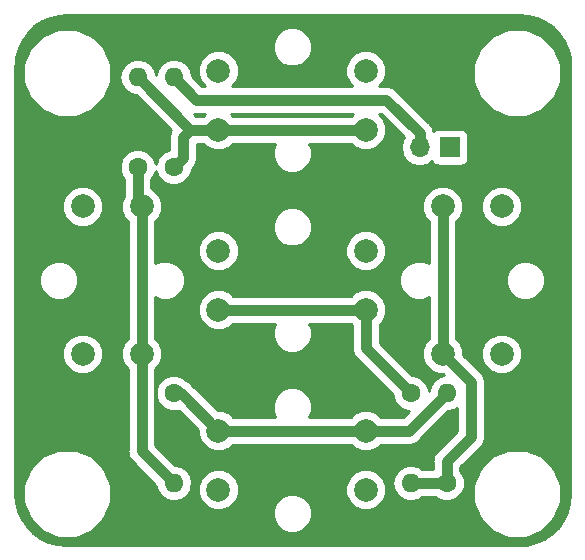
<source format=gbr>
G04 #@! TF.GenerationSoftware,KiCad,Pcbnew,(5.0.0-3-g5ebb6b6)*
G04 #@! TF.CreationDate,2018-08-14T19:07:29+02:00*
G04 #@! TF.ProjectId,TecladoEB,5465636C61646F45422E6B696361645F,rev?*
G04 #@! TF.SameCoordinates,Original*
G04 #@! TF.FileFunction,Copper,L2,Bot,Signal*
G04 #@! TF.FilePolarity,Positive*
%FSLAX46Y46*%
G04 Gerber Fmt 4.6, Leading zero omitted, Abs format (unit mm)*
G04 Created by KiCad (PCBNEW (5.0.0-3-g5ebb6b6)) date Tuesday, 14 August 2018 at 19:07:29*
%MOMM*%
%LPD*%
G01*
G04 APERTURE LIST*
G04 #@! TA.AperFunction,ComponentPad*
%ADD10C,2.000000*%
G04 #@! TD*
G04 #@! TA.AperFunction,ComponentPad*
%ADD11C,1.600000*%
G04 #@! TD*
G04 #@! TA.AperFunction,ComponentPad*
%ADD12O,1.600000X1.600000*%
G04 #@! TD*
G04 #@! TA.AperFunction,ComponentPad*
%ADD13R,1.700000X1.700000*%
G04 #@! TD*
G04 #@! TA.AperFunction,ComponentPad*
%ADD14O,1.700000X1.700000*%
G04 #@! TD*
G04 #@! TA.AperFunction,Conductor*
%ADD15C,0.900000*%
G04 #@! TD*
G04 #@! TA.AperFunction,NonConductor*
%ADD16C,0.254000*%
G04 #@! TD*
G04 APERTURE END LIST*
D10*
G04 #@! TO.P,S1,4*
G04 #@! TO.N,GND*
X117880000Y-105410000D03*
G04 #@! TO.P,S1,3*
X130380000Y-105410000D03*
G04 #@! TO.P,S1,2*
G04 #@! TO.N,Net-(R1-Pad1)*
X117880000Y-110410000D03*
G04 #@! TO.P,S1,1*
X130380000Y-110410000D03*
G04 #@! TD*
G04 #@! TO.P,S2,4*
G04 #@! TO.N,GND*
X106390000Y-129400000D03*
G04 #@! TO.P,S2,3*
X106390000Y-116900000D03*
G04 #@! TO.P,S2,2*
G04 #@! TO.N,Net-(R2-Pad1)*
X111390000Y-129400000D03*
G04 #@! TO.P,S2,1*
X111390000Y-116900000D03*
G04 #@! TD*
G04 #@! TO.P,S3,4*
G04 #@! TO.N,GND*
X130380000Y-140890000D03*
G04 #@! TO.P,S3,3*
X117880000Y-140890000D03*
G04 #@! TO.P,S3,2*
G04 #@! TO.N,Net-(R3-Pad1)*
X130380000Y-135890000D03*
G04 #@! TO.P,S3,1*
X117880000Y-135890000D03*
G04 #@! TD*
G04 #@! TO.P,S4,4*
G04 #@! TO.N,GND*
X141870000Y-116900000D03*
G04 #@! TO.P,S4,3*
X141870000Y-129400000D03*
G04 #@! TO.P,S4,2*
G04 #@! TO.N,Net-(R4-Pad1)*
X136870000Y-116900000D03*
G04 #@! TO.P,S4,1*
X136870000Y-129400000D03*
G04 #@! TD*
G04 #@! TO.P,S5,4*
G04 #@! TO.N,GND*
X117880000Y-120650000D03*
G04 #@! TO.P,S5,3*
X130380000Y-120650000D03*
G04 #@! TO.P,S5,2*
G04 #@! TO.N,Net-(R5-Pad1)*
X117880000Y-125650000D03*
G04 #@! TO.P,S5,1*
X130380000Y-125650000D03*
G04 #@! TD*
D11*
G04 #@! TO.P,R1,1*
G04 #@! TO.N,Net-(R1-Pad1)*
X114097000Y-113589000D03*
D12*
G04 #@! TO.P,R1,2*
G04 #@! TO.N,Net-(J1-Pad2)*
X114097000Y-105969000D03*
G04 #@! TD*
D11*
G04 #@! TO.P,R2,1*
G04 #@! TO.N,Net-(R2-Pad1)*
X111049000Y-113589000D03*
D12*
G04 #@! TO.P,R2,2*
G04 #@! TO.N,Net-(R1-Pad1)*
X111049000Y-105969000D03*
G04 #@! TD*
G04 #@! TO.P,R3,2*
G04 #@! TO.N,Net-(R2-Pad1)*
X114097000Y-140331000D03*
D11*
G04 #@! TO.P,R3,1*
G04 #@! TO.N,Net-(R3-Pad1)*
X114097000Y-132711000D03*
G04 #@! TD*
G04 #@! TO.P,R4,1*
G04 #@! TO.N,Net-(R4-Pad1)*
X137211000Y-140331000D03*
D12*
G04 #@! TO.P,R4,2*
G04 #@! TO.N,Net-(R3-Pad1)*
X137211000Y-132711000D03*
G04 #@! TD*
G04 #@! TO.P,R5,2*
G04 #@! TO.N,Net-(R4-Pad1)*
X134163000Y-140331000D03*
D11*
G04 #@! TO.P,R5,1*
G04 #@! TO.N,Net-(R5-Pad1)*
X134163000Y-132711000D03*
G04 #@! TD*
D13*
G04 #@! TO.P,J1,1*
G04 #@! TO.N,GND*
X137465000Y-111908400D03*
D14*
G04 #@! TO.P,J1,2*
G04 #@! TO.N,Net-(J1-Pad2)*
X134925000Y-111908400D03*
G04 #@! TD*
D15*
G04 #@! TO.N,Net-(R1-Pad1)*
X115490000Y-110410000D02*
X111049000Y-105969000D01*
X117880000Y-110410000D02*
X115490000Y-110410000D01*
X114896999Y-111003001D02*
X115490000Y-110410000D01*
X114896999Y-112789001D02*
X114896999Y-111003001D01*
X114097000Y-113589000D02*
X114896999Y-112789001D01*
X117880000Y-110410000D02*
X130380000Y-110410000D01*
G04 #@! TO.N,Net-(R2-Pad1)*
X111049000Y-116559000D02*
X111390000Y-116900000D01*
X111049000Y-113589000D02*
X111049000Y-116559000D01*
X111390000Y-116900000D02*
X111390000Y-129400000D01*
X111390000Y-137624000D02*
X114097000Y-140331000D01*
X111390000Y-129400000D02*
X111390000Y-137624000D01*
G04 #@! TO.N,Net-(R3-Pad1)*
X114701000Y-132711000D02*
X117880000Y-135890000D01*
X114097000Y-132711000D02*
X114701000Y-132711000D01*
X117880000Y-135890000D02*
X130380000Y-135890000D01*
X134032000Y-135890000D02*
X137211000Y-132711000D01*
X130380000Y-135890000D02*
X134032000Y-135890000D01*
G04 #@! TO.N,Net-(R4-Pad1)*
X134163000Y-140331000D02*
X137211000Y-140331000D01*
X136870000Y-116900000D02*
X136870000Y-129400000D01*
X139268400Y-131798400D02*
X139268400Y-136419400D01*
X136870000Y-129400000D02*
X139268400Y-131798400D01*
X137211000Y-138476800D02*
X137211000Y-140331000D01*
X139268400Y-136419400D02*
X137211000Y-138476800D01*
G04 #@! TO.N,Net-(R5-Pad1)*
X130380000Y-128928000D02*
X134163000Y-132711000D01*
X130380000Y-125650000D02*
X130380000Y-128928000D01*
X130380000Y-125650000D02*
X117880000Y-125650000D01*
G04 #@! TO.N,Net-(J1-Pad2)*
X132113881Y-107895200D02*
X116023200Y-107895200D01*
X134925000Y-110706319D02*
X132113881Y-107895200D01*
X116023200Y-107895200D02*
X114097000Y-105969000D01*
X134925000Y-111908400D02*
X134925000Y-110706319D01*
G04 #@! TD*
D16*
G36*
X144146192Y-100780578D02*
X144881389Y-100981705D01*
X145569351Y-101309846D01*
X146188331Y-101754628D01*
X146718761Y-102301988D01*
X147143884Y-102934639D01*
X147450251Y-103632561D01*
X147629499Y-104379183D01*
X147677000Y-105026030D01*
X147677001Y-141264570D01*
X147606362Y-142056066D01*
X147405056Y-142791919D01*
X147076626Y-143480485D01*
X146631451Y-144100011D01*
X146083600Y-144630916D01*
X145450393Y-145056413D01*
X144751849Y-145363053D01*
X144004574Y-145542458D01*
X143357169Y-145590000D01*
X105010018Y-145590000D01*
X104222930Y-145519754D01*
X103491337Y-145319613D01*
X102806743Y-144993079D01*
X102190805Y-144550482D01*
X101662970Y-144005801D01*
X101239934Y-143376256D01*
X100935068Y-142681752D01*
X100756693Y-141938766D01*
X100710000Y-141302925D01*
X100710000Y-140478654D01*
X101353000Y-140478654D01*
X101353000Y-141961346D01*
X101920402Y-143331176D01*
X102968824Y-144379598D01*
X104338654Y-144947000D01*
X105821346Y-144947000D01*
X107191176Y-144379598D01*
X108239598Y-143331176D01*
X108807000Y-141961346D01*
X108807000Y-140478654D01*
X108239598Y-139108824D01*
X107191176Y-138060402D01*
X105821346Y-137493000D01*
X104338654Y-137493000D01*
X102968824Y-138060402D01*
X101920402Y-139108824D01*
X101353000Y-140478654D01*
X100710000Y-140478654D01*
X100710000Y-129056478D01*
X104663000Y-129056478D01*
X104663000Y-129743522D01*
X104925920Y-130378267D01*
X105411733Y-130864080D01*
X106046478Y-131127000D01*
X106733522Y-131127000D01*
X107368267Y-130864080D01*
X107854080Y-130378267D01*
X108117000Y-129743522D01*
X108117000Y-129056478D01*
X107854080Y-128421733D01*
X107368267Y-127935920D01*
X106733522Y-127673000D01*
X106046478Y-127673000D01*
X105411733Y-127935920D01*
X104925920Y-128421733D01*
X104663000Y-129056478D01*
X100710000Y-129056478D01*
X100710000Y-122821397D01*
X102738000Y-122821397D01*
X102738000Y-123478603D01*
X102989502Y-124085783D01*
X103454217Y-124550498D01*
X104061397Y-124802000D01*
X104718603Y-124802000D01*
X105325783Y-124550498D01*
X105790498Y-124085783D01*
X106042000Y-123478603D01*
X106042000Y-122821397D01*
X105790498Y-122214217D01*
X105325783Y-121749502D01*
X104718603Y-121498000D01*
X104061397Y-121498000D01*
X103454217Y-121749502D01*
X102989502Y-122214217D01*
X102738000Y-122821397D01*
X100710000Y-122821397D01*
X100710000Y-116556478D01*
X104663000Y-116556478D01*
X104663000Y-117243522D01*
X104925920Y-117878267D01*
X105411733Y-118364080D01*
X106046478Y-118627000D01*
X106733522Y-118627000D01*
X107368267Y-118364080D01*
X107854080Y-117878267D01*
X108117000Y-117243522D01*
X108117000Y-116556478D01*
X107854080Y-115921733D01*
X107368267Y-115435920D01*
X106733522Y-115173000D01*
X106046478Y-115173000D01*
X105411733Y-115435920D01*
X104925920Y-115921733D01*
X104663000Y-116556478D01*
X100710000Y-116556478D01*
X100710000Y-105031218D01*
X100725400Y-104858654D01*
X101353000Y-104858654D01*
X101353000Y-106341346D01*
X101920402Y-107711176D01*
X102968824Y-108759598D01*
X104338654Y-109327000D01*
X105821346Y-109327000D01*
X107191176Y-108759598D01*
X108239598Y-107711176D01*
X108807000Y-106341346D01*
X108807000Y-105969000D01*
X109492085Y-105969000D01*
X109610598Y-106564806D01*
X109948095Y-107069905D01*
X110453194Y-107407402D01*
X110898607Y-107496000D01*
X110911472Y-107496000D01*
X113856759Y-110441289D01*
X113788291Y-110543759D01*
X113696942Y-111003001D01*
X113720000Y-111118921D01*
X113719999Y-112092346D01*
X113232024Y-112294472D01*
X112802472Y-112724024D01*
X112573000Y-113278018D01*
X112343528Y-112724024D01*
X111913976Y-112294472D01*
X111352739Y-112062000D01*
X110745261Y-112062000D01*
X110184024Y-112294472D01*
X109754472Y-112724024D01*
X109522000Y-113285261D01*
X109522000Y-113892739D01*
X109754472Y-114453976D01*
X109872000Y-114571504D01*
X109872001Y-116051905D01*
X109663000Y-116556478D01*
X109663000Y-117243522D01*
X109925920Y-117878267D01*
X110213000Y-118165347D01*
X110213001Y-128134652D01*
X109925920Y-128421733D01*
X109663000Y-129056478D01*
X109663000Y-129743522D01*
X109925920Y-130378267D01*
X110213000Y-130665347D01*
X110213001Y-137508080D01*
X110189943Y-137624000D01*
X110213001Y-137739920D01*
X110281292Y-138083242D01*
X110541432Y-138472569D01*
X110639705Y-138538233D01*
X112566806Y-140465334D01*
X112658598Y-140926806D01*
X112996095Y-141431905D01*
X113501194Y-141769402D01*
X113946607Y-141858000D01*
X114247393Y-141858000D01*
X114692806Y-141769402D01*
X115197905Y-141431905D01*
X115535402Y-140926806D01*
X115611053Y-140546478D01*
X116153000Y-140546478D01*
X116153000Y-141233522D01*
X116415920Y-141868267D01*
X116901733Y-142354080D01*
X117536478Y-142617000D01*
X118223522Y-142617000D01*
X118357759Y-142561397D01*
X122478000Y-142561397D01*
X122478000Y-143218603D01*
X122729502Y-143825783D01*
X123194217Y-144290498D01*
X123801397Y-144542000D01*
X124458603Y-144542000D01*
X125065783Y-144290498D01*
X125530498Y-143825783D01*
X125782000Y-143218603D01*
X125782000Y-142561397D01*
X125530498Y-141954217D01*
X125065783Y-141489502D01*
X124458603Y-141238000D01*
X123801397Y-141238000D01*
X123194217Y-141489502D01*
X122729502Y-141954217D01*
X122478000Y-142561397D01*
X118357759Y-142561397D01*
X118858267Y-142354080D01*
X119344080Y-141868267D01*
X119607000Y-141233522D01*
X119607000Y-140546478D01*
X128653000Y-140546478D01*
X128653000Y-141233522D01*
X128915920Y-141868267D01*
X129401733Y-142354080D01*
X130036478Y-142617000D01*
X130723522Y-142617000D01*
X131358267Y-142354080D01*
X131844080Y-141868267D01*
X132107000Y-141233522D01*
X132107000Y-140546478D01*
X131844080Y-139911733D01*
X131358267Y-139425920D01*
X130723522Y-139163000D01*
X130036478Y-139163000D01*
X129401733Y-139425920D01*
X128915920Y-139911733D01*
X128653000Y-140546478D01*
X119607000Y-140546478D01*
X119344080Y-139911733D01*
X118858267Y-139425920D01*
X118223522Y-139163000D01*
X117536478Y-139163000D01*
X116901733Y-139425920D01*
X116415920Y-139911733D01*
X116153000Y-140546478D01*
X115611053Y-140546478D01*
X115653915Y-140331000D01*
X115535402Y-139735194D01*
X115197905Y-139230095D01*
X114692806Y-138892598D01*
X114247393Y-138804000D01*
X114234529Y-138804000D01*
X112567000Y-137136472D01*
X112567000Y-132407261D01*
X112570000Y-132407261D01*
X112570000Y-133014739D01*
X112802472Y-133575976D01*
X113232024Y-134005528D01*
X113793261Y-134238000D01*
X114400739Y-134238000D01*
X114515808Y-134190337D01*
X116153000Y-135827529D01*
X116153000Y-136233522D01*
X116415920Y-136868267D01*
X116901733Y-137354080D01*
X117536478Y-137617000D01*
X118223522Y-137617000D01*
X118858267Y-137354080D01*
X119145347Y-137067000D01*
X129114653Y-137067000D01*
X129401733Y-137354080D01*
X130036478Y-137617000D01*
X130723522Y-137617000D01*
X131358267Y-137354080D01*
X131645347Y-137067000D01*
X133916085Y-137067000D01*
X134032000Y-137090057D01*
X134147915Y-137067000D01*
X134147920Y-137067000D01*
X134491242Y-136998709D01*
X134880569Y-136738569D01*
X134946235Y-136640293D01*
X137348529Y-134238000D01*
X137361393Y-134238000D01*
X137806806Y-134149402D01*
X138091400Y-133959242D01*
X138091401Y-135931870D01*
X136460707Y-137562565D01*
X136362431Y-137628231D01*
X136102291Y-138017559D01*
X136034000Y-138360881D01*
X136034000Y-138360885D01*
X136010943Y-138476800D01*
X136034000Y-138592716D01*
X136034000Y-139154000D01*
X135150021Y-139154000D01*
X134758806Y-138892598D01*
X134313393Y-138804000D01*
X134012607Y-138804000D01*
X133567194Y-138892598D01*
X133062095Y-139230095D01*
X132724598Y-139735194D01*
X132606085Y-140331000D01*
X132724598Y-140926806D01*
X133062095Y-141431905D01*
X133567194Y-141769402D01*
X134012607Y-141858000D01*
X134313393Y-141858000D01*
X134758806Y-141769402D01*
X135150021Y-141508000D01*
X136228496Y-141508000D01*
X136346024Y-141625528D01*
X136907261Y-141858000D01*
X137514739Y-141858000D01*
X138075976Y-141625528D01*
X138505528Y-141195976D01*
X138738000Y-140634739D01*
X138738000Y-140478654D01*
X139453000Y-140478654D01*
X139453000Y-141961346D01*
X140020402Y-143331176D01*
X141068824Y-144379598D01*
X142438654Y-144947000D01*
X143921346Y-144947000D01*
X145291176Y-144379598D01*
X146339598Y-143331176D01*
X146907000Y-141961346D01*
X146907000Y-140478654D01*
X146339598Y-139108824D01*
X145291176Y-138060402D01*
X143921346Y-137493000D01*
X142438654Y-137493000D01*
X141068824Y-138060402D01*
X140020402Y-139108824D01*
X139453000Y-140478654D01*
X138738000Y-140478654D01*
X138738000Y-140027261D01*
X138505528Y-139466024D01*
X138388000Y-139348496D01*
X138388000Y-138964328D01*
X140018696Y-137333633D01*
X140116969Y-137267969D01*
X140377109Y-136878642D01*
X140445400Y-136535320D01*
X140445400Y-136535316D01*
X140468457Y-136419400D01*
X140445400Y-136303485D01*
X140445400Y-131914315D01*
X140468457Y-131798400D01*
X140445400Y-131682484D01*
X140445400Y-131682480D01*
X140377109Y-131339158D01*
X140116969Y-130949831D01*
X140018697Y-130884168D01*
X138597000Y-129462472D01*
X138597000Y-129056478D01*
X140143000Y-129056478D01*
X140143000Y-129743522D01*
X140405920Y-130378267D01*
X140891733Y-130864080D01*
X141526478Y-131127000D01*
X142213522Y-131127000D01*
X142848267Y-130864080D01*
X143334080Y-130378267D01*
X143597000Y-129743522D01*
X143597000Y-129056478D01*
X143334080Y-128421733D01*
X142848267Y-127935920D01*
X142213522Y-127673000D01*
X141526478Y-127673000D01*
X140891733Y-127935920D01*
X140405920Y-128421733D01*
X140143000Y-129056478D01*
X138597000Y-129056478D01*
X138334080Y-128421733D01*
X138047000Y-128134653D01*
X138047000Y-122821397D01*
X142218000Y-122821397D01*
X142218000Y-123478603D01*
X142469502Y-124085783D01*
X142934217Y-124550498D01*
X143541397Y-124802000D01*
X144198603Y-124802000D01*
X144805783Y-124550498D01*
X145270498Y-124085783D01*
X145522000Y-123478603D01*
X145522000Y-122821397D01*
X145270498Y-122214217D01*
X144805783Y-121749502D01*
X144198603Y-121498000D01*
X143541397Y-121498000D01*
X142934217Y-121749502D01*
X142469502Y-122214217D01*
X142218000Y-122821397D01*
X138047000Y-122821397D01*
X138047000Y-118165347D01*
X138334080Y-117878267D01*
X138597000Y-117243522D01*
X138597000Y-116556478D01*
X140143000Y-116556478D01*
X140143000Y-117243522D01*
X140405920Y-117878267D01*
X140891733Y-118364080D01*
X141526478Y-118627000D01*
X142213522Y-118627000D01*
X142848267Y-118364080D01*
X143334080Y-117878267D01*
X143597000Y-117243522D01*
X143597000Y-116556478D01*
X143334080Y-115921733D01*
X142848267Y-115435920D01*
X142213522Y-115173000D01*
X141526478Y-115173000D01*
X140891733Y-115435920D01*
X140405920Y-115921733D01*
X140143000Y-116556478D01*
X138597000Y-116556478D01*
X138334080Y-115921733D01*
X137848267Y-115435920D01*
X137213522Y-115173000D01*
X136526478Y-115173000D01*
X135891733Y-115435920D01*
X135405920Y-115921733D01*
X135143000Y-116556478D01*
X135143000Y-117243522D01*
X135405920Y-117878267D01*
X135693000Y-118165347D01*
X135693000Y-121702786D01*
X135198603Y-121498000D01*
X134541397Y-121498000D01*
X133934217Y-121749502D01*
X133469502Y-122214217D01*
X133218000Y-122821397D01*
X133218000Y-123478603D01*
X133469502Y-124085783D01*
X133934217Y-124550498D01*
X134541397Y-124802000D01*
X135198603Y-124802000D01*
X135693001Y-124597214D01*
X135693001Y-128134652D01*
X135405920Y-128421733D01*
X135143000Y-129056478D01*
X135143000Y-129743522D01*
X135405920Y-130378267D01*
X135891733Y-130864080D01*
X136526478Y-131127000D01*
X136932472Y-131127000D01*
X137001274Y-131195802D01*
X136615194Y-131272598D01*
X136110095Y-131610095D01*
X135772598Y-132115194D01*
X135690000Y-132530443D01*
X135690000Y-132407261D01*
X135457528Y-131846024D01*
X135027976Y-131416472D01*
X134466739Y-131184000D01*
X134300529Y-131184000D01*
X131557000Y-128440472D01*
X131557000Y-126915347D01*
X131844080Y-126628267D01*
X132107000Y-125993522D01*
X132107000Y-125306478D01*
X131844080Y-124671733D01*
X131358267Y-124185920D01*
X130723522Y-123923000D01*
X130036478Y-123923000D01*
X129401733Y-124185920D01*
X129114653Y-124473000D01*
X119145347Y-124473000D01*
X118858267Y-124185920D01*
X118223522Y-123923000D01*
X117536478Y-123923000D01*
X116901733Y-124185920D01*
X116415920Y-124671733D01*
X116153000Y-125306478D01*
X116153000Y-125993522D01*
X116415920Y-126628267D01*
X116901733Y-127114080D01*
X117536478Y-127377000D01*
X118223522Y-127377000D01*
X118858267Y-127114080D01*
X119145347Y-126827000D01*
X122682786Y-126827000D01*
X122478000Y-127321397D01*
X122478000Y-127978603D01*
X122729502Y-128585783D01*
X123194217Y-129050498D01*
X123801397Y-129302000D01*
X124458603Y-129302000D01*
X125065783Y-129050498D01*
X125530498Y-128585783D01*
X125782000Y-127978603D01*
X125782000Y-127321397D01*
X125577214Y-126827000D01*
X129114653Y-126827000D01*
X129203000Y-126915347D01*
X129203001Y-128812080D01*
X129179943Y-128928000D01*
X129203001Y-129043920D01*
X129271292Y-129387242D01*
X129531432Y-129776569D01*
X129629705Y-129842233D01*
X132636000Y-132848529D01*
X132636000Y-133014739D01*
X132868472Y-133575976D01*
X133298024Y-134005528D01*
X133859261Y-134238000D01*
X134019472Y-134238000D01*
X133544472Y-134713000D01*
X131645347Y-134713000D01*
X131358267Y-134425920D01*
X130723522Y-134163000D01*
X130036478Y-134163000D01*
X129401733Y-134425920D01*
X129114653Y-134713000D01*
X125577214Y-134713000D01*
X125782000Y-134218603D01*
X125782000Y-133561397D01*
X125530498Y-132954217D01*
X125065783Y-132489502D01*
X124458603Y-132238000D01*
X123801397Y-132238000D01*
X123194217Y-132489502D01*
X122729502Y-132954217D01*
X122478000Y-133561397D01*
X122478000Y-134218603D01*
X122682786Y-134713000D01*
X119145347Y-134713000D01*
X118858267Y-134425920D01*
X118223522Y-134163000D01*
X117817529Y-134163000D01*
X115615235Y-131960707D01*
X115549569Y-131862431D01*
X115160242Y-131602291D01*
X115144704Y-131599200D01*
X114961976Y-131416472D01*
X114400739Y-131184000D01*
X113793261Y-131184000D01*
X113232024Y-131416472D01*
X112802472Y-131846024D01*
X112570000Y-132407261D01*
X112567000Y-132407261D01*
X112567000Y-130665347D01*
X112854080Y-130378267D01*
X113117000Y-129743522D01*
X113117000Y-129056478D01*
X112854080Y-128421733D01*
X112567000Y-128134653D01*
X112567000Y-124597214D01*
X113061397Y-124802000D01*
X113718603Y-124802000D01*
X114325783Y-124550498D01*
X114790498Y-124085783D01*
X115042000Y-123478603D01*
X115042000Y-122821397D01*
X114790498Y-122214217D01*
X114325783Y-121749502D01*
X113718603Y-121498000D01*
X113061397Y-121498000D01*
X112567000Y-121702786D01*
X112567000Y-120306478D01*
X116153000Y-120306478D01*
X116153000Y-120993522D01*
X116415920Y-121628267D01*
X116901733Y-122114080D01*
X117536478Y-122377000D01*
X118223522Y-122377000D01*
X118858267Y-122114080D01*
X119344080Y-121628267D01*
X119607000Y-120993522D01*
X119607000Y-120306478D01*
X128653000Y-120306478D01*
X128653000Y-120993522D01*
X128915920Y-121628267D01*
X129401733Y-122114080D01*
X130036478Y-122377000D01*
X130723522Y-122377000D01*
X131358267Y-122114080D01*
X131844080Y-121628267D01*
X132107000Y-120993522D01*
X132107000Y-120306478D01*
X131844080Y-119671733D01*
X131358267Y-119185920D01*
X130723522Y-118923000D01*
X130036478Y-118923000D01*
X129401733Y-119185920D01*
X128915920Y-119671733D01*
X128653000Y-120306478D01*
X119607000Y-120306478D01*
X119344080Y-119671733D01*
X118858267Y-119185920D01*
X118223522Y-118923000D01*
X117536478Y-118923000D01*
X116901733Y-119185920D01*
X116415920Y-119671733D01*
X116153000Y-120306478D01*
X112567000Y-120306478D01*
X112567000Y-118321397D01*
X122478000Y-118321397D01*
X122478000Y-118978603D01*
X122729502Y-119585783D01*
X123194217Y-120050498D01*
X123801397Y-120302000D01*
X124458603Y-120302000D01*
X125065783Y-120050498D01*
X125530498Y-119585783D01*
X125782000Y-118978603D01*
X125782000Y-118321397D01*
X125530498Y-117714217D01*
X125065783Y-117249502D01*
X124458603Y-116998000D01*
X123801397Y-116998000D01*
X123194217Y-117249502D01*
X122729502Y-117714217D01*
X122478000Y-118321397D01*
X112567000Y-118321397D01*
X112567000Y-118165347D01*
X112854080Y-117878267D01*
X113117000Y-117243522D01*
X113117000Y-116556478D01*
X112854080Y-115921733D01*
X112368267Y-115435920D01*
X112226000Y-115376991D01*
X112226000Y-114571504D01*
X112343528Y-114453976D01*
X112573000Y-113899982D01*
X112802472Y-114453976D01*
X113232024Y-114883528D01*
X113793261Y-115116000D01*
X114400739Y-115116000D01*
X114961976Y-114883528D01*
X115391528Y-114453976D01*
X115624000Y-113892739D01*
X115624000Y-113726530D01*
X115647298Y-113703232D01*
X115745568Y-113637570D01*
X116005708Y-113248243D01*
X116073999Y-112904921D01*
X116073999Y-112904917D01*
X116097056Y-112789002D01*
X116073999Y-112673086D01*
X116073999Y-111587000D01*
X116614653Y-111587000D01*
X116901733Y-111874080D01*
X117536478Y-112137000D01*
X118223522Y-112137000D01*
X118858267Y-111874080D01*
X119145347Y-111587000D01*
X122682786Y-111587000D01*
X122478000Y-112081397D01*
X122478000Y-112738603D01*
X122729502Y-113345783D01*
X123194217Y-113810498D01*
X123801397Y-114062000D01*
X124458603Y-114062000D01*
X125065783Y-113810498D01*
X125530498Y-113345783D01*
X125782000Y-112738603D01*
X125782000Y-112081397D01*
X125577214Y-111587000D01*
X129114653Y-111587000D01*
X129401733Y-111874080D01*
X130036478Y-112137000D01*
X130723522Y-112137000D01*
X131358267Y-111874080D01*
X131844080Y-111388267D01*
X132107000Y-110753522D01*
X132107000Y-110066478D01*
X131844080Y-109431733D01*
X131484547Y-109072200D01*
X131626353Y-109072200D01*
X133602816Y-111048664D01*
X133439499Y-111293085D01*
X133317105Y-111908400D01*
X133439499Y-112523715D01*
X133788047Y-113045353D01*
X134309685Y-113393901D01*
X134769681Y-113485400D01*
X135080319Y-113485400D01*
X135540315Y-113393901D01*
X135972375Y-113105207D01*
X136090863Y-113282537D01*
X136331339Y-113443218D01*
X136615000Y-113499642D01*
X138315000Y-113499642D01*
X138598661Y-113443218D01*
X138839137Y-113282537D01*
X138999818Y-113042061D01*
X139056242Y-112758400D01*
X139056242Y-111058400D01*
X138999818Y-110774739D01*
X138839137Y-110534263D01*
X138598661Y-110373582D01*
X138315000Y-110317158D01*
X136615000Y-110317158D01*
X136331339Y-110373582D01*
X136090863Y-110534263D01*
X136090841Y-110534296D01*
X136033709Y-110247076D01*
X135839232Y-109956022D01*
X135773569Y-109857750D01*
X135675296Y-109792086D01*
X133028116Y-107144907D01*
X132962450Y-107046631D01*
X132573123Y-106786491D01*
X132229801Y-106718200D01*
X132229796Y-106718200D01*
X132113881Y-106695143D01*
X131997966Y-106718200D01*
X131514147Y-106718200D01*
X131844080Y-106388267D01*
X132107000Y-105753522D01*
X132107000Y-105066478D01*
X132020917Y-104858654D01*
X139453000Y-104858654D01*
X139453000Y-106341346D01*
X140020402Y-107711176D01*
X141068824Y-108759598D01*
X142438654Y-109327000D01*
X143921346Y-109327000D01*
X145291176Y-108759598D01*
X146339598Y-107711176D01*
X146907000Y-106341346D01*
X146907000Y-104858654D01*
X146339598Y-103488824D01*
X145291176Y-102440402D01*
X143921346Y-101873000D01*
X142438654Y-101873000D01*
X141068824Y-102440402D01*
X140020402Y-103488824D01*
X139453000Y-104858654D01*
X132020917Y-104858654D01*
X131844080Y-104431733D01*
X131358267Y-103945920D01*
X130723522Y-103683000D01*
X130036478Y-103683000D01*
X129401733Y-103945920D01*
X128915920Y-104431733D01*
X128653000Y-105066478D01*
X128653000Y-105753522D01*
X128915920Y-106388267D01*
X129245853Y-106718200D01*
X119014147Y-106718200D01*
X119344080Y-106388267D01*
X119607000Y-105753522D01*
X119607000Y-105066478D01*
X119344080Y-104431733D01*
X118858267Y-103945920D01*
X118223522Y-103683000D01*
X117536478Y-103683000D01*
X116901733Y-103945920D01*
X116415920Y-104431733D01*
X116153000Y-105066478D01*
X116153000Y-105753522D01*
X116415920Y-106388267D01*
X116745853Y-106718200D01*
X116510729Y-106718200D01*
X115627194Y-105834666D01*
X115535402Y-105373194D01*
X115197905Y-104868095D01*
X114692806Y-104530598D01*
X114247393Y-104442000D01*
X113946607Y-104442000D01*
X113501194Y-104530598D01*
X112996095Y-104868095D01*
X112658598Y-105373194D01*
X112573000Y-105803525D01*
X112487402Y-105373194D01*
X112149905Y-104868095D01*
X111644806Y-104530598D01*
X111199393Y-104442000D01*
X110898607Y-104442000D01*
X110453194Y-104530598D01*
X109948095Y-104868095D01*
X109610598Y-105373194D01*
X109492085Y-105969000D01*
X108807000Y-105969000D01*
X108807000Y-104858654D01*
X108239598Y-103488824D01*
X107832171Y-103081397D01*
X122478000Y-103081397D01*
X122478000Y-103738603D01*
X122729502Y-104345783D01*
X123194217Y-104810498D01*
X123801397Y-105062000D01*
X124458603Y-105062000D01*
X125065783Y-104810498D01*
X125530498Y-104345783D01*
X125782000Y-103738603D01*
X125782000Y-103081397D01*
X125530498Y-102474217D01*
X125065783Y-102009502D01*
X124458603Y-101758000D01*
X123801397Y-101758000D01*
X123194217Y-102009502D01*
X122729502Y-102474217D01*
X122478000Y-103081397D01*
X107832171Y-103081397D01*
X107191176Y-102440402D01*
X105821346Y-101873000D01*
X104338654Y-101873000D01*
X102968824Y-102440402D01*
X101920402Y-103488824D01*
X101353000Y-104858654D01*
X100725400Y-104858654D01*
X100780654Y-104239554D01*
X100982009Y-103503522D01*
X101310518Y-102814790D01*
X101755800Y-102195115D01*
X102303786Y-101664080D01*
X102937141Y-101238483D01*
X103635852Y-100931770D01*
X104383306Y-100752322D01*
X104959629Y-100710000D01*
X143355382Y-100710000D01*
X144146192Y-100780578D01*
X144146192Y-100780578D01*
G37*
X144146192Y-100780578D02*
X144881389Y-100981705D01*
X145569351Y-101309846D01*
X146188331Y-101754628D01*
X146718761Y-102301988D01*
X147143884Y-102934639D01*
X147450251Y-103632561D01*
X147629499Y-104379183D01*
X147677000Y-105026030D01*
X147677001Y-141264570D01*
X147606362Y-142056066D01*
X147405056Y-142791919D01*
X147076626Y-143480485D01*
X146631451Y-144100011D01*
X146083600Y-144630916D01*
X145450393Y-145056413D01*
X144751849Y-145363053D01*
X144004574Y-145542458D01*
X143357169Y-145590000D01*
X105010018Y-145590000D01*
X104222930Y-145519754D01*
X103491337Y-145319613D01*
X102806743Y-144993079D01*
X102190805Y-144550482D01*
X101662970Y-144005801D01*
X101239934Y-143376256D01*
X100935068Y-142681752D01*
X100756693Y-141938766D01*
X100710000Y-141302925D01*
X100710000Y-140478654D01*
X101353000Y-140478654D01*
X101353000Y-141961346D01*
X101920402Y-143331176D01*
X102968824Y-144379598D01*
X104338654Y-144947000D01*
X105821346Y-144947000D01*
X107191176Y-144379598D01*
X108239598Y-143331176D01*
X108807000Y-141961346D01*
X108807000Y-140478654D01*
X108239598Y-139108824D01*
X107191176Y-138060402D01*
X105821346Y-137493000D01*
X104338654Y-137493000D01*
X102968824Y-138060402D01*
X101920402Y-139108824D01*
X101353000Y-140478654D01*
X100710000Y-140478654D01*
X100710000Y-129056478D01*
X104663000Y-129056478D01*
X104663000Y-129743522D01*
X104925920Y-130378267D01*
X105411733Y-130864080D01*
X106046478Y-131127000D01*
X106733522Y-131127000D01*
X107368267Y-130864080D01*
X107854080Y-130378267D01*
X108117000Y-129743522D01*
X108117000Y-129056478D01*
X107854080Y-128421733D01*
X107368267Y-127935920D01*
X106733522Y-127673000D01*
X106046478Y-127673000D01*
X105411733Y-127935920D01*
X104925920Y-128421733D01*
X104663000Y-129056478D01*
X100710000Y-129056478D01*
X100710000Y-122821397D01*
X102738000Y-122821397D01*
X102738000Y-123478603D01*
X102989502Y-124085783D01*
X103454217Y-124550498D01*
X104061397Y-124802000D01*
X104718603Y-124802000D01*
X105325783Y-124550498D01*
X105790498Y-124085783D01*
X106042000Y-123478603D01*
X106042000Y-122821397D01*
X105790498Y-122214217D01*
X105325783Y-121749502D01*
X104718603Y-121498000D01*
X104061397Y-121498000D01*
X103454217Y-121749502D01*
X102989502Y-122214217D01*
X102738000Y-122821397D01*
X100710000Y-122821397D01*
X100710000Y-116556478D01*
X104663000Y-116556478D01*
X104663000Y-117243522D01*
X104925920Y-117878267D01*
X105411733Y-118364080D01*
X106046478Y-118627000D01*
X106733522Y-118627000D01*
X107368267Y-118364080D01*
X107854080Y-117878267D01*
X108117000Y-117243522D01*
X108117000Y-116556478D01*
X107854080Y-115921733D01*
X107368267Y-115435920D01*
X106733522Y-115173000D01*
X106046478Y-115173000D01*
X105411733Y-115435920D01*
X104925920Y-115921733D01*
X104663000Y-116556478D01*
X100710000Y-116556478D01*
X100710000Y-105031218D01*
X100725400Y-104858654D01*
X101353000Y-104858654D01*
X101353000Y-106341346D01*
X101920402Y-107711176D01*
X102968824Y-108759598D01*
X104338654Y-109327000D01*
X105821346Y-109327000D01*
X107191176Y-108759598D01*
X108239598Y-107711176D01*
X108807000Y-106341346D01*
X108807000Y-105969000D01*
X109492085Y-105969000D01*
X109610598Y-106564806D01*
X109948095Y-107069905D01*
X110453194Y-107407402D01*
X110898607Y-107496000D01*
X110911472Y-107496000D01*
X113856759Y-110441289D01*
X113788291Y-110543759D01*
X113696942Y-111003001D01*
X113720000Y-111118921D01*
X113719999Y-112092346D01*
X113232024Y-112294472D01*
X112802472Y-112724024D01*
X112573000Y-113278018D01*
X112343528Y-112724024D01*
X111913976Y-112294472D01*
X111352739Y-112062000D01*
X110745261Y-112062000D01*
X110184024Y-112294472D01*
X109754472Y-112724024D01*
X109522000Y-113285261D01*
X109522000Y-113892739D01*
X109754472Y-114453976D01*
X109872000Y-114571504D01*
X109872001Y-116051905D01*
X109663000Y-116556478D01*
X109663000Y-117243522D01*
X109925920Y-117878267D01*
X110213000Y-118165347D01*
X110213001Y-128134652D01*
X109925920Y-128421733D01*
X109663000Y-129056478D01*
X109663000Y-129743522D01*
X109925920Y-130378267D01*
X110213000Y-130665347D01*
X110213001Y-137508080D01*
X110189943Y-137624000D01*
X110213001Y-137739920D01*
X110281292Y-138083242D01*
X110541432Y-138472569D01*
X110639705Y-138538233D01*
X112566806Y-140465334D01*
X112658598Y-140926806D01*
X112996095Y-141431905D01*
X113501194Y-141769402D01*
X113946607Y-141858000D01*
X114247393Y-141858000D01*
X114692806Y-141769402D01*
X115197905Y-141431905D01*
X115535402Y-140926806D01*
X115611053Y-140546478D01*
X116153000Y-140546478D01*
X116153000Y-141233522D01*
X116415920Y-141868267D01*
X116901733Y-142354080D01*
X117536478Y-142617000D01*
X118223522Y-142617000D01*
X118357759Y-142561397D01*
X122478000Y-142561397D01*
X122478000Y-143218603D01*
X122729502Y-143825783D01*
X123194217Y-144290498D01*
X123801397Y-144542000D01*
X124458603Y-144542000D01*
X125065783Y-144290498D01*
X125530498Y-143825783D01*
X125782000Y-143218603D01*
X125782000Y-142561397D01*
X125530498Y-141954217D01*
X125065783Y-141489502D01*
X124458603Y-141238000D01*
X123801397Y-141238000D01*
X123194217Y-141489502D01*
X122729502Y-141954217D01*
X122478000Y-142561397D01*
X118357759Y-142561397D01*
X118858267Y-142354080D01*
X119344080Y-141868267D01*
X119607000Y-141233522D01*
X119607000Y-140546478D01*
X128653000Y-140546478D01*
X128653000Y-141233522D01*
X128915920Y-141868267D01*
X129401733Y-142354080D01*
X130036478Y-142617000D01*
X130723522Y-142617000D01*
X131358267Y-142354080D01*
X131844080Y-141868267D01*
X132107000Y-141233522D01*
X132107000Y-140546478D01*
X131844080Y-139911733D01*
X131358267Y-139425920D01*
X130723522Y-139163000D01*
X130036478Y-139163000D01*
X129401733Y-139425920D01*
X128915920Y-139911733D01*
X128653000Y-140546478D01*
X119607000Y-140546478D01*
X119344080Y-139911733D01*
X118858267Y-139425920D01*
X118223522Y-139163000D01*
X117536478Y-139163000D01*
X116901733Y-139425920D01*
X116415920Y-139911733D01*
X116153000Y-140546478D01*
X115611053Y-140546478D01*
X115653915Y-140331000D01*
X115535402Y-139735194D01*
X115197905Y-139230095D01*
X114692806Y-138892598D01*
X114247393Y-138804000D01*
X114234529Y-138804000D01*
X112567000Y-137136472D01*
X112567000Y-132407261D01*
X112570000Y-132407261D01*
X112570000Y-133014739D01*
X112802472Y-133575976D01*
X113232024Y-134005528D01*
X113793261Y-134238000D01*
X114400739Y-134238000D01*
X114515808Y-134190337D01*
X116153000Y-135827529D01*
X116153000Y-136233522D01*
X116415920Y-136868267D01*
X116901733Y-137354080D01*
X117536478Y-137617000D01*
X118223522Y-137617000D01*
X118858267Y-137354080D01*
X119145347Y-137067000D01*
X129114653Y-137067000D01*
X129401733Y-137354080D01*
X130036478Y-137617000D01*
X130723522Y-137617000D01*
X131358267Y-137354080D01*
X131645347Y-137067000D01*
X133916085Y-137067000D01*
X134032000Y-137090057D01*
X134147915Y-137067000D01*
X134147920Y-137067000D01*
X134491242Y-136998709D01*
X134880569Y-136738569D01*
X134946235Y-136640293D01*
X137348529Y-134238000D01*
X137361393Y-134238000D01*
X137806806Y-134149402D01*
X138091400Y-133959242D01*
X138091401Y-135931870D01*
X136460707Y-137562565D01*
X136362431Y-137628231D01*
X136102291Y-138017559D01*
X136034000Y-138360881D01*
X136034000Y-138360885D01*
X136010943Y-138476800D01*
X136034000Y-138592716D01*
X136034000Y-139154000D01*
X135150021Y-139154000D01*
X134758806Y-138892598D01*
X134313393Y-138804000D01*
X134012607Y-138804000D01*
X133567194Y-138892598D01*
X133062095Y-139230095D01*
X132724598Y-139735194D01*
X132606085Y-140331000D01*
X132724598Y-140926806D01*
X133062095Y-141431905D01*
X133567194Y-141769402D01*
X134012607Y-141858000D01*
X134313393Y-141858000D01*
X134758806Y-141769402D01*
X135150021Y-141508000D01*
X136228496Y-141508000D01*
X136346024Y-141625528D01*
X136907261Y-141858000D01*
X137514739Y-141858000D01*
X138075976Y-141625528D01*
X138505528Y-141195976D01*
X138738000Y-140634739D01*
X138738000Y-140478654D01*
X139453000Y-140478654D01*
X139453000Y-141961346D01*
X140020402Y-143331176D01*
X141068824Y-144379598D01*
X142438654Y-144947000D01*
X143921346Y-144947000D01*
X145291176Y-144379598D01*
X146339598Y-143331176D01*
X146907000Y-141961346D01*
X146907000Y-140478654D01*
X146339598Y-139108824D01*
X145291176Y-138060402D01*
X143921346Y-137493000D01*
X142438654Y-137493000D01*
X141068824Y-138060402D01*
X140020402Y-139108824D01*
X139453000Y-140478654D01*
X138738000Y-140478654D01*
X138738000Y-140027261D01*
X138505528Y-139466024D01*
X138388000Y-139348496D01*
X138388000Y-138964328D01*
X140018696Y-137333633D01*
X140116969Y-137267969D01*
X140377109Y-136878642D01*
X140445400Y-136535320D01*
X140445400Y-136535316D01*
X140468457Y-136419400D01*
X140445400Y-136303485D01*
X140445400Y-131914315D01*
X140468457Y-131798400D01*
X140445400Y-131682484D01*
X140445400Y-131682480D01*
X140377109Y-131339158D01*
X140116969Y-130949831D01*
X140018697Y-130884168D01*
X138597000Y-129462472D01*
X138597000Y-129056478D01*
X140143000Y-129056478D01*
X140143000Y-129743522D01*
X140405920Y-130378267D01*
X140891733Y-130864080D01*
X141526478Y-131127000D01*
X142213522Y-131127000D01*
X142848267Y-130864080D01*
X143334080Y-130378267D01*
X143597000Y-129743522D01*
X143597000Y-129056478D01*
X143334080Y-128421733D01*
X142848267Y-127935920D01*
X142213522Y-127673000D01*
X141526478Y-127673000D01*
X140891733Y-127935920D01*
X140405920Y-128421733D01*
X140143000Y-129056478D01*
X138597000Y-129056478D01*
X138334080Y-128421733D01*
X138047000Y-128134653D01*
X138047000Y-122821397D01*
X142218000Y-122821397D01*
X142218000Y-123478603D01*
X142469502Y-124085783D01*
X142934217Y-124550498D01*
X143541397Y-124802000D01*
X144198603Y-124802000D01*
X144805783Y-124550498D01*
X145270498Y-124085783D01*
X145522000Y-123478603D01*
X145522000Y-122821397D01*
X145270498Y-122214217D01*
X144805783Y-121749502D01*
X144198603Y-121498000D01*
X143541397Y-121498000D01*
X142934217Y-121749502D01*
X142469502Y-122214217D01*
X142218000Y-122821397D01*
X138047000Y-122821397D01*
X138047000Y-118165347D01*
X138334080Y-117878267D01*
X138597000Y-117243522D01*
X138597000Y-116556478D01*
X140143000Y-116556478D01*
X140143000Y-117243522D01*
X140405920Y-117878267D01*
X140891733Y-118364080D01*
X141526478Y-118627000D01*
X142213522Y-118627000D01*
X142848267Y-118364080D01*
X143334080Y-117878267D01*
X143597000Y-117243522D01*
X143597000Y-116556478D01*
X143334080Y-115921733D01*
X142848267Y-115435920D01*
X142213522Y-115173000D01*
X141526478Y-115173000D01*
X140891733Y-115435920D01*
X140405920Y-115921733D01*
X140143000Y-116556478D01*
X138597000Y-116556478D01*
X138334080Y-115921733D01*
X137848267Y-115435920D01*
X137213522Y-115173000D01*
X136526478Y-115173000D01*
X135891733Y-115435920D01*
X135405920Y-115921733D01*
X135143000Y-116556478D01*
X135143000Y-117243522D01*
X135405920Y-117878267D01*
X135693000Y-118165347D01*
X135693000Y-121702786D01*
X135198603Y-121498000D01*
X134541397Y-121498000D01*
X133934217Y-121749502D01*
X133469502Y-122214217D01*
X133218000Y-122821397D01*
X133218000Y-123478603D01*
X133469502Y-124085783D01*
X133934217Y-124550498D01*
X134541397Y-124802000D01*
X135198603Y-124802000D01*
X135693001Y-124597214D01*
X135693001Y-128134652D01*
X135405920Y-128421733D01*
X135143000Y-129056478D01*
X135143000Y-129743522D01*
X135405920Y-130378267D01*
X135891733Y-130864080D01*
X136526478Y-131127000D01*
X136932472Y-131127000D01*
X137001274Y-131195802D01*
X136615194Y-131272598D01*
X136110095Y-131610095D01*
X135772598Y-132115194D01*
X135690000Y-132530443D01*
X135690000Y-132407261D01*
X135457528Y-131846024D01*
X135027976Y-131416472D01*
X134466739Y-131184000D01*
X134300529Y-131184000D01*
X131557000Y-128440472D01*
X131557000Y-126915347D01*
X131844080Y-126628267D01*
X132107000Y-125993522D01*
X132107000Y-125306478D01*
X131844080Y-124671733D01*
X131358267Y-124185920D01*
X130723522Y-123923000D01*
X130036478Y-123923000D01*
X129401733Y-124185920D01*
X129114653Y-124473000D01*
X119145347Y-124473000D01*
X118858267Y-124185920D01*
X118223522Y-123923000D01*
X117536478Y-123923000D01*
X116901733Y-124185920D01*
X116415920Y-124671733D01*
X116153000Y-125306478D01*
X116153000Y-125993522D01*
X116415920Y-126628267D01*
X116901733Y-127114080D01*
X117536478Y-127377000D01*
X118223522Y-127377000D01*
X118858267Y-127114080D01*
X119145347Y-126827000D01*
X122682786Y-126827000D01*
X122478000Y-127321397D01*
X122478000Y-127978603D01*
X122729502Y-128585783D01*
X123194217Y-129050498D01*
X123801397Y-129302000D01*
X124458603Y-129302000D01*
X125065783Y-129050498D01*
X125530498Y-128585783D01*
X125782000Y-127978603D01*
X125782000Y-127321397D01*
X125577214Y-126827000D01*
X129114653Y-126827000D01*
X129203000Y-126915347D01*
X129203001Y-128812080D01*
X129179943Y-128928000D01*
X129203001Y-129043920D01*
X129271292Y-129387242D01*
X129531432Y-129776569D01*
X129629705Y-129842233D01*
X132636000Y-132848529D01*
X132636000Y-133014739D01*
X132868472Y-133575976D01*
X133298024Y-134005528D01*
X133859261Y-134238000D01*
X134019472Y-134238000D01*
X133544472Y-134713000D01*
X131645347Y-134713000D01*
X131358267Y-134425920D01*
X130723522Y-134163000D01*
X130036478Y-134163000D01*
X129401733Y-134425920D01*
X129114653Y-134713000D01*
X125577214Y-134713000D01*
X125782000Y-134218603D01*
X125782000Y-133561397D01*
X125530498Y-132954217D01*
X125065783Y-132489502D01*
X124458603Y-132238000D01*
X123801397Y-132238000D01*
X123194217Y-132489502D01*
X122729502Y-132954217D01*
X122478000Y-133561397D01*
X122478000Y-134218603D01*
X122682786Y-134713000D01*
X119145347Y-134713000D01*
X118858267Y-134425920D01*
X118223522Y-134163000D01*
X117817529Y-134163000D01*
X115615235Y-131960707D01*
X115549569Y-131862431D01*
X115160242Y-131602291D01*
X115144704Y-131599200D01*
X114961976Y-131416472D01*
X114400739Y-131184000D01*
X113793261Y-131184000D01*
X113232024Y-131416472D01*
X112802472Y-131846024D01*
X112570000Y-132407261D01*
X112567000Y-132407261D01*
X112567000Y-130665347D01*
X112854080Y-130378267D01*
X113117000Y-129743522D01*
X113117000Y-129056478D01*
X112854080Y-128421733D01*
X112567000Y-128134653D01*
X112567000Y-124597214D01*
X113061397Y-124802000D01*
X113718603Y-124802000D01*
X114325783Y-124550498D01*
X114790498Y-124085783D01*
X115042000Y-123478603D01*
X115042000Y-122821397D01*
X114790498Y-122214217D01*
X114325783Y-121749502D01*
X113718603Y-121498000D01*
X113061397Y-121498000D01*
X112567000Y-121702786D01*
X112567000Y-120306478D01*
X116153000Y-120306478D01*
X116153000Y-120993522D01*
X116415920Y-121628267D01*
X116901733Y-122114080D01*
X117536478Y-122377000D01*
X118223522Y-122377000D01*
X118858267Y-122114080D01*
X119344080Y-121628267D01*
X119607000Y-120993522D01*
X119607000Y-120306478D01*
X128653000Y-120306478D01*
X128653000Y-120993522D01*
X128915920Y-121628267D01*
X129401733Y-122114080D01*
X130036478Y-122377000D01*
X130723522Y-122377000D01*
X131358267Y-122114080D01*
X131844080Y-121628267D01*
X132107000Y-120993522D01*
X132107000Y-120306478D01*
X131844080Y-119671733D01*
X131358267Y-119185920D01*
X130723522Y-118923000D01*
X130036478Y-118923000D01*
X129401733Y-119185920D01*
X128915920Y-119671733D01*
X128653000Y-120306478D01*
X119607000Y-120306478D01*
X119344080Y-119671733D01*
X118858267Y-119185920D01*
X118223522Y-118923000D01*
X117536478Y-118923000D01*
X116901733Y-119185920D01*
X116415920Y-119671733D01*
X116153000Y-120306478D01*
X112567000Y-120306478D01*
X112567000Y-118321397D01*
X122478000Y-118321397D01*
X122478000Y-118978603D01*
X122729502Y-119585783D01*
X123194217Y-120050498D01*
X123801397Y-120302000D01*
X124458603Y-120302000D01*
X125065783Y-120050498D01*
X125530498Y-119585783D01*
X125782000Y-118978603D01*
X125782000Y-118321397D01*
X125530498Y-117714217D01*
X125065783Y-117249502D01*
X124458603Y-116998000D01*
X123801397Y-116998000D01*
X123194217Y-117249502D01*
X122729502Y-117714217D01*
X122478000Y-118321397D01*
X112567000Y-118321397D01*
X112567000Y-118165347D01*
X112854080Y-117878267D01*
X113117000Y-117243522D01*
X113117000Y-116556478D01*
X112854080Y-115921733D01*
X112368267Y-115435920D01*
X112226000Y-115376991D01*
X112226000Y-114571504D01*
X112343528Y-114453976D01*
X112573000Y-113899982D01*
X112802472Y-114453976D01*
X113232024Y-114883528D01*
X113793261Y-115116000D01*
X114400739Y-115116000D01*
X114961976Y-114883528D01*
X115391528Y-114453976D01*
X115624000Y-113892739D01*
X115624000Y-113726530D01*
X115647298Y-113703232D01*
X115745568Y-113637570D01*
X116005708Y-113248243D01*
X116073999Y-112904921D01*
X116073999Y-112904917D01*
X116097056Y-112789002D01*
X116073999Y-112673086D01*
X116073999Y-111587000D01*
X116614653Y-111587000D01*
X116901733Y-111874080D01*
X117536478Y-112137000D01*
X118223522Y-112137000D01*
X118858267Y-111874080D01*
X119145347Y-111587000D01*
X122682786Y-111587000D01*
X122478000Y-112081397D01*
X122478000Y-112738603D01*
X122729502Y-113345783D01*
X123194217Y-113810498D01*
X123801397Y-114062000D01*
X124458603Y-114062000D01*
X125065783Y-113810498D01*
X125530498Y-113345783D01*
X125782000Y-112738603D01*
X125782000Y-112081397D01*
X125577214Y-111587000D01*
X129114653Y-111587000D01*
X129401733Y-111874080D01*
X130036478Y-112137000D01*
X130723522Y-112137000D01*
X131358267Y-111874080D01*
X131844080Y-111388267D01*
X132107000Y-110753522D01*
X132107000Y-110066478D01*
X131844080Y-109431733D01*
X131484547Y-109072200D01*
X131626353Y-109072200D01*
X133602816Y-111048664D01*
X133439499Y-111293085D01*
X133317105Y-111908400D01*
X133439499Y-112523715D01*
X133788047Y-113045353D01*
X134309685Y-113393901D01*
X134769681Y-113485400D01*
X135080319Y-113485400D01*
X135540315Y-113393901D01*
X135972375Y-113105207D01*
X136090863Y-113282537D01*
X136331339Y-113443218D01*
X136615000Y-113499642D01*
X138315000Y-113499642D01*
X138598661Y-113443218D01*
X138839137Y-113282537D01*
X138999818Y-113042061D01*
X139056242Y-112758400D01*
X139056242Y-111058400D01*
X138999818Y-110774739D01*
X138839137Y-110534263D01*
X138598661Y-110373582D01*
X138315000Y-110317158D01*
X136615000Y-110317158D01*
X136331339Y-110373582D01*
X136090863Y-110534263D01*
X136090841Y-110534296D01*
X136033709Y-110247076D01*
X135839232Y-109956022D01*
X135773569Y-109857750D01*
X135675296Y-109792086D01*
X133028116Y-107144907D01*
X132962450Y-107046631D01*
X132573123Y-106786491D01*
X132229801Y-106718200D01*
X132229796Y-106718200D01*
X132113881Y-106695143D01*
X131997966Y-106718200D01*
X131514147Y-106718200D01*
X131844080Y-106388267D01*
X132107000Y-105753522D01*
X132107000Y-105066478D01*
X132020917Y-104858654D01*
X139453000Y-104858654D01*
X139453000Y-106341346D01*
X140020402Y-107711176D01*
X141068824Y-108759598D01*
X142438654Y-109327000D01*
X143921346Y-109327000D01*
X145291176Y-108759598D01*
X146339598Y-107711176D01*
X146907000Y-106341346D01*
X146907000Y-104858654D01*
X146339598Y-103488824D01*
X145291176Y-102440402D01*
X143921346Y-101873000D01*
X142438654Y-101873000D01*
X141068824Y-102440402D01*
X140020402Y-103488824D01*
X139453000Y-104858654D01*
X132020917Y-104858654D01*
X131844080Y-104431733D01*
X131358267Y-103945920D01*
X130723522Y-103683000D01*
X130036478Y-103683000D01*
X129401733Y-103945920D01*
X128915920Y-104431733D01*
X128653000Y-105066478D01*
X128653000Y-105753522D01*
X128915920Y-106388267D01*
X129245853Y-106718200D01*
X119014147Y-106718200D01*
X119344080Y-106388267D01*
X119607000Y-105753522D01*
X119607000Y-105066478D01*
X119344080Y-104431733D01*
X118858267Y-103945920D01*
X118223522Y-103683000D01*
X117536478Y-103683000D01*
X116901733Y-103945920D01*
X116415920Y-104431733D01*
X116153000Y-105066478D01*
X116153000Y-105753522D01*
X116415920Y-106388267D01*
X116745853Y-106718200D01*
X116510729Y-106718200D01*
X115627194Y-105834666D01*
X115535402Y-105373194D01*
X115197905Y-104868095D01*
X114692806Y-104530598D01*
X114247393Y-104442000D01*
X113946607Y-104442000D01*
X113501194Y-104530598D01*
X112996095Y-104868095D01*
X112658598Y-105373194D01*
X112573000Y-105803525D01*
X112487402Y-105373194D01*
X112149905Y-104868095D01*
X111644806Y-104530598D01*
X111199393Y-104442000D01*
X110898607Y-104442000D01*
X110453194Y-104530598D01*
X109948095Y-104868095D01*
X109610598Y-105373194D01*
X109492085Y-105969000D01*
X108807000Y-105969000D01*
X108807000Y-104858654D01*
X108239598Y-103488824D01*
X107832171Y-103081397D01*
X122478000Y-103081397D01*
X122478000Y-103738603D01*
X122729502Y-104345783D01*
X123194217Y-104810498D01*
X123801397Y-105062000D01*
X124458603Y-105062000D01*
X125065783Y-104810498D01*
X125530498Y-104345783D01*
X125782000Y-103738603D01*
X125782000Y-103081397D01*
X125530498Y-102474217D01*
X125065783Y-102009502D01*
X124458603Y-101758000D01*
X123801397Y-101758000D01*
X123194217Y-102009502D01*
X122729502Y-102474217D01*
X122478000Y-103081397D01*
X107832171Y-103081397D01*
X107191176Y-102440402D01*
X105821346Y-101873000D01*
X104338654Y-101873000D01*
X102968824Y-102440402D01*
X101920402Y-103488824D01*
X101353000Y-104858654D01*
X100725400Y-104858654D01*
X100780654Y-104239554D01*
X100982009Y-103503522D01*
X101310518Y-102814790D01*
X101755800Y-102195115D01*
X102303786Y-101664080D01*
X102937141Y-101238483D01*
X103635852Y-100931770D01*
X104383306Y-100752322D01*
X104959629Y-100710000D01*
X143355382Y-100710000D01*
X144146192Y-100780578D01*
G36*
X115907280Y-109072200D02*
X115907284Y-109072200D01*
X116023199Y-109095257D01*
X116139115Y-109072200D01*
X116775453Y-109072200D01*
X116614653Y-109233000D01*
X115977530Y-109233000D01*
X115794246Y-109049716D01*
X115907280Y-109072200D01*
X115907280Y-109072200D01*
G37*
X115907280Y-109072200D02*
X115907284Y-109072200D01*
X116023199Y-109095257D01*
X116139115Y-109072200D01*
X116775453Y-109072200D01*
X116614653Y-109233000D01*
X115977530Y-109233000D01*
X115794246Y-109049716D01*
X115907280Y-109072200D01*
G36*
X129114653Y-109233000D02*
X119145347Y-109233000D01*
X118984547Y-109072200D01*
X129275453Y-109072200D01*
X129114653Y-109233000D01*
X129114653Y-109233000D01*
G37*
X129114653Y-109233000D02*
X119145347Y-109233000D01*
X118984547Y-109072200D01*
X129275453Y-109072200D01*
X129114653Y-109233000D01*
M02*

</source>
